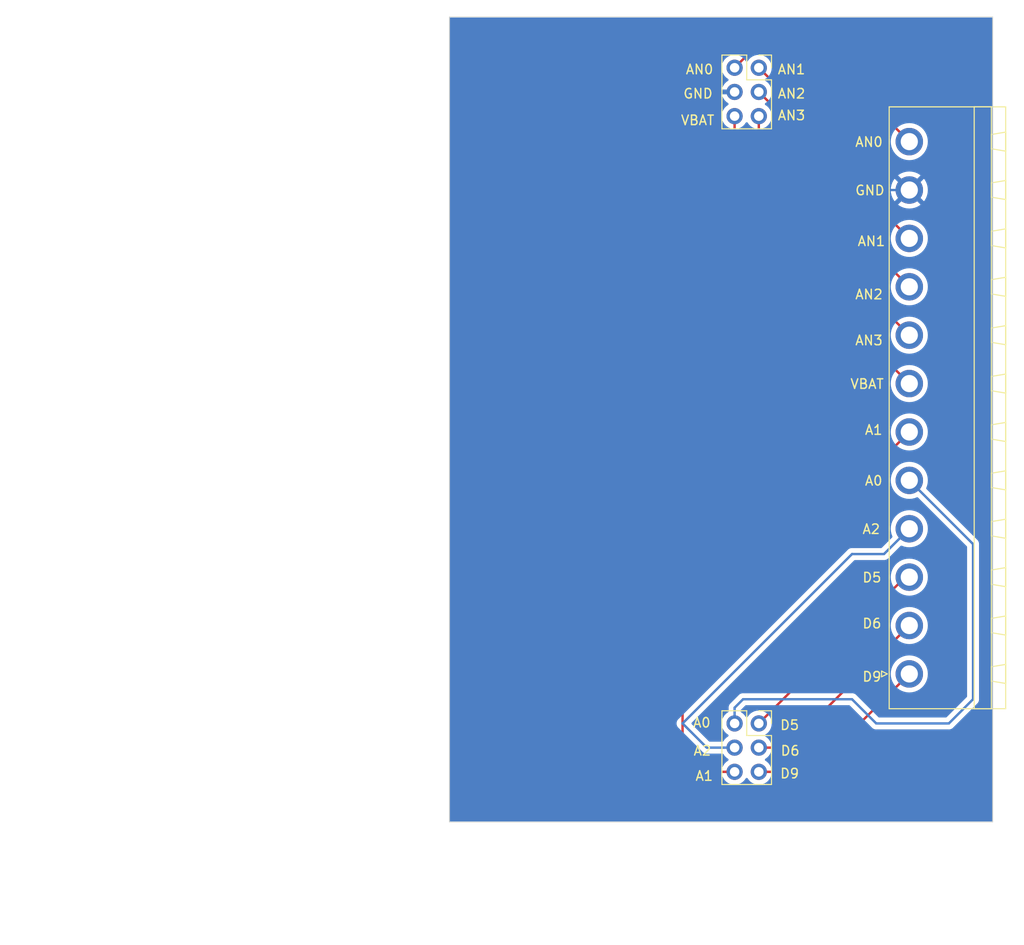
<source format=kicad_pcb>
(kicad_pcb (version 20221018) (generator pcbnew)
  (title_block (title "Bottom Board") (date "2023-03-09") (rev "0"))
  (layers (0 "F.Cu" signal) (31 "B.Cu" signal) (34 "B.Paste" user) (35 "F.Paste" user) (36 "B.SilkS" user "B.Silkscreen") (37 "F.SilkS" user "F.Silkscreen") (38 "B.Mask" user) (39 "F.Mask" user) (44 "Edge.Cuts" user))
  (net 0 "")
  (net 1 "VBAT")
  (net 2 "AN3")
  (net 3 "GND")
  (net 4 "AN2")
  (net 5 "AN0")
  (net 6 "AN1")
  (net 7 "A1")
  (net 8 "D9")
  (net 9 "A2")
  (net 10 "D6")
  (net 11 "A0")
  (net 12 "D5")
  (footprint "Connector_PinSocket_2.54mm:PinSocket_2x03_P2.54mm_Vertical" (layer "F.Cu") (at 132.461 68.326)
    (fp_text reference "J4" hide)
    (fp_text value "Conn_02x03_Top_Bottom")
    (fp_line (start -3.87 -1.33) (end -3.87 6.41) (stroke (width 0.12)) (layer "F.SilkS"))
    (fp_line (start -3.87 -1.33) (end -1.27 -1.33) (stroke (width 0.12)) (layer "F.SilkS"))
    (fp_line (start -3.87 6.41) (end 1.33 6.41) (stroke (width 0.12)) (layer "F.SilkS"))
    (fp_line (start -1.27 -1.33) (end -1.27 1.27) (stroke (width 0.12)) (layer "F.SilkS"))
    (fp_line (start -1.27 1.27) (end 1.33 1.27) (stroke (width 0.12)) (layer "F.SilkS"))
    (fp_line (start 0 -1.33) (end 1.33 -1.33) (stroke (width 0.12)) (layer "F.SilkS"))
    (fp_line (start 1.33 -1.33) (end 1.33 0) (stroke (width 0.12)) (layer "F.SilkS"))
    (fp_line (start 1.33 1.27) (end 1.33 6.41) (stroke (width 0.12)) (layer "F.SilkS"))
    (pad "1" thru_hole circle (at 0 0) (size 1.7 1.7) (drill 1) (layers "*.Cu" "*.Mask") (net 6 "AN1"))
    (pad "2" thru_hole oval (at -2.54 0) (size 1.7 1.7) (drill 1) (layers "*.Cu" "*.Mask") (net 5 "AN0"))
    (pad "3" thru_hole oval (at 0 2.54) (size 1.7 1.7) (drill 1) (layers "*.Cu" "*.Mask") (net 4 "AN2"))
    (pad "4" thru_hole oval (at -2.54 2.54) (size 1.7 1.7) (drill 1) (layers "*.Cu" "*.Mask") (net 3 "GND"))
    (pad "5" thru_hole oval (at 0 5.08) (size 1.7 1.7) (drill 1) (layers "*.Cu" "*.Mask") (net 2 "AN3"))
    (pad "6" thru_hole oval (at -2.54 5.08) (size 1.7 1.7) (drill 1) (layers "*.Cu" "*.Mask") (net 1 "VBAT"))
  )
  (footprint "Connector_Phoenix_MSTB:PhoenixContact_MSTBA_2,5_12-G-5,08_1x12_P5.08mm_Horizontal" (layer "F.Cu") (at 148.2512 131.962 90)
    (fp_text reference "J6" hide)
    (fp_text value "Screw_Terminal_01x12")
    (fp_line (start -3.65 -2.11) (end -3.65 10.11) (stroke (width 0.12)) (layer "F.SilkS"))
    (fp_line (start -3.65 6.81) (end 59.53 6.81) (stroke (width 0.12)) (layer "F.SilkS"))
    (fp_line (start -3.65 8.61) (end -3.65 6.81) (stroke (width 0.12)) (layer "F.SilkS"))
    (fp_line (start -3.65 10.11) (end 59.53 10.11) (stroke (width 0.12)) (layer "F.SilkS"))
    (fp_line (start -1 10.11) (end 1 10.11) (stroke (width 0.12)) (layer "F.SilkS"))
    (fp_line (start -0.75 8.61) (end -1 10.11) (stroke (width 0.12)) (layer "F.SilkS"))
    (fp_line (start -0.3 -2.91) (end 0.3 -2.91) (stroke (width 0.12)) (layer "F.SilkS"))
    (fp_line (start 0 -2.31) (end -0.3 -2.91) (stroke (width 0.12)) (layer "F.SilkS"))
    (fp_line (start 0.3 -2.91) (end 0 -2.31) (stroke (width 0.12)) (layer "F.SilkS"))
    (fp_line (start 0.75 8.61) (end -0.75 8.61) (stroke (width 0.12)) (layer "F.SilkS"))
    (fp_line (start 1 10.11) (end 0.75 8.61) (stroke (width 0.12)) (layer "F.SilkS"))
    (fp_line (start 4.08 10.11) (end 6.08 10.11) (stroke (width 0.12)) (layer "F.SilkS"))
    (fp_line (start 4.33 8.61) (end 4.08 10.11) (stroke (width 0.12)) (layer "F.SilkS"))
    (fp_line (start 5.83 8.61) (end 4.33 8.61) (stroke (width 0.12)) (layer "F.SilkS"))
    (fp_line (start 6.08 10.11) (end 5.83 8.61) (stroke (width 0.12)) (layer "F.SilkS"))
    (fp_line (start 9.16 10.11) (end 11.16 10.11) (stroke (width 0.12)) (layer "F.SilkS"))
    (fp_line (start 9.41 8.61) (end 9.16 10.11) (stroke (width 0.12)) (layer "F.SilkS"))
    (fp_line (start 10.91 8.61) (end 9.41 8.61) (stroke (width 0.12)) (layer "F.SilkS"))
    (fp_line (start 11.16 10.11) (end 10.91 8.61) (stroke (width 0.12)) (layer "F.SilkS"))
    (fp_line (start 14.24 10.11) (end 16.24 10.11) (stroke (width 0.12)) (layer "F.SilkS"))
    (fp_line (start 14.49 8.61) (end 14.24 10.11) (stroke (width 0.12)) (layer "F.SilkS"))
    (fp_line (start 15.99 8.61) (end 14.49 8.61) (stroke (width 0.12)) (layer "F.SilkS"))
    (fp_line (start 16.24 10.11) (end 15.99 8.61) (stroke (width 0.12)) (layer "F.SilkS"))
    (fp_line (start 19.32 10.11) (end 21.32 10.11) (stroke (width 0.12)) (layer "F.SilkS"))
    (fp_line (start 19.57 8.61) (end 19.32 10.11) (stroke (width 0.12)) (layer "F.SilkS"))
    (fp_line (start 21.07 8.61) (end 19.57 8.61) (stroke (width 0.12)) (layer "F.SilkS"))
    (fp_line (start 21.32 10.11) (end 21.07 8.61) (stroke (width 0.12)) (layer "F.SilkS"))
    (fp_line (start 24.4 10.11) (end 26.4 10.11) (stroke (width 0.12)) (layer "F.SilkS"))
    (fp_line (start 24.65 8.61) (end 24.4 10.11) (stroke (width 0.12)) (layer "F.SilkS"))
    (fp_line (start 26.15 8.61) (end 24.65 8.61) (stroke (width 0.12)) (layer "F.SilkS"))
    (fp_line (start 26.4 10.11) (end 26.15 8.61) (stroke (width 0.12)) (layer "F.SilkS"))
    (fp_line (start 29.48 10.11) (end 31.48 10.11) (stroke (width 0.12)) (layer "F.SilkS"))
    (fp_line (start 29.73 8.61) (end 29.48 10.11) (stroke (width 0.12)) (layer "F.SilkS"))
    (fp_line (start 31.23 8.61) (end 29.73 8.61) (stroke (width 0.12)) (layer "F.SilkS"))
    (fp_line (start 31.48 10.11) (end 31.23 8.61) (stroke (width 0.12)) (layer "F.SilkS"))
    (fp_line (start 34.56 10.11) (end 36.56 10.11) (stroke (width 0.12)) (layer "F.SilkS"))
    (fp_line (start 34.81 8.61) (end 34.56 10.11) (stroke (width 0.12)) (layer "F.SilkS"))
    (fp_line (start 36.31 8.61) (end 34.81 8.61) (stroke (width 0.12)) (layer "F.SilkS"))
    (fp_line (start 36.56 10.11) (end 36.31 8.61) (stroke (width 0.12)) (layer "F.SilkS"))
    (fp_line (start 39.64 10.11) (end 41.64 10.11) (stroke (width 0.12)) (layer "F.SilkS"))
    (fp_line (start 39.89 8.61) (end 39.64 10.11) (stroke (width 0.12)) (layer "F.SilkS"))
    (fp_line (start 41.39 8.61) (end 39.89 8.61) (stroke (width 0.12)) (layer "F.SilkS"))
    (fp_line (start 41.64 10.11) (end 41.39 8.61) (stroke (width 0.12)) (layer "F.SilkS"))
    (fp_line (start 44.72 10.11) (end 46.72 10.11) (stroke (width 0.12)) (layer "F.SilkS"))
    (fp_line (start 44.97 8.61) (end 44.72 10.11) (stroke (width 0.12)) (layer "F.SilkS"))
    (fp_line (start 46.47 8.61) (end 44.97 8.61) (stroke (width 0.12)) (layer "F.SilkS"))
    (fp_line (start 46.72 10.11) (end 46.47 8.61) (stroke (width 0.12)) (layer "F.SilkS"))
    (fp_line (start 49.8 10.11) (end 51.8 10.11) (stroke (width 0.12)) (layer "F.SilkS"))
    (fp_line (start 50.05 8.61) (end 49.8 10.11) (stroke (width 0.12)) (layer "F.SilkS"))
    (fp_line (start 51.55 8.61) (end 50.05 8.61) (stroke (width 0.12)) (layer "F.SilkS"))
    (fp_line (start 51.8 10.11) (end 51.55 8.61) (stroke (width 0.12)) (layer "F.SilkS"))
    (fp_line (start 54.88 10.11) (end 56.88 10.11) (stroke (width 0.12)) (layer "F.SilkS"))
    (fp_line (start 55.13 8.61) (end 54.88 10.11) (stroke (width 0.12)) (layer "F.SilkS"))
    (fp_line (start 56.63 8.61) (end 55.13 8.61) (stroke (width 0.12)) (layer "F.SilkS"))
    (fp_line (start 56.88 10.11) (end 56.63 8.61) (stroke (width 0.12)) (layer "F.SilkS"))
    (fp_line (start 59.53 -2.11) (end -3.65 -2.11) (stroke (width 0.12)) (layer "F.SilkS"))
    (fp_line (start 59.53 6.81) (end 59.53 8.61) (stroke (width 0.12)) (layer "F.SilkS"))
    (fp_line (start 59.53 8.61) (end -3.65 8.61) (stroke (width 0.12)) (layer "F.SilkS"))
    (fp_line (start 59.53 10.11) (end 59.53 -2.11) (stroke (width 0.12)) (layer "F.SilkS"))
    (pad "1" thru_hole circle (at 0 0 90) (size 2.88 2.88) (drill 1.8) (layers "*.Cu" "*.Mask") (net 8 "D9"))
    (pad "2" thru_hole circle (at 5.08 0 90) (size 2.88 2.88) (drill 1.8) (layers "*.Cu" "*.Mask") (net 10 "D6"))
    (pad "3" thru_hole circle (at 10.16 0 90) (size 2.88 2.88) (drill 1.8) (layers "*.Cu" "*.Mask") (net 12 "D5"))
    (pad "4" thru_hole circle (at 15.24 0 90) (size 2.88 2.88) (drill 1.8) (layers "*.Cu" "*.Mask") (net 9 "A2"))
    (pad "5" thru_hole circle (at 20.32 0 90) (size 2.88 2.88) (drill 1.8) (layers "*.Cu" "*.Mask") (net 11 "A0"))
    (pad "6" thru_hole circle (at 25.4 0 90) (size 2.88 2.88) (drill 1.8) (layers "*.Cu" "*.Mask") (net 7 "A1"))
    (pad "7" thru_hole circle (at 30.48 0 90) (size 2.88 2.88) (drill 1.8) (layers "*.Cu" "*.Mask") (net 1 "VBAT"))
    (pad "8" thru_hole circle (at 35.56 0 90) (size 2.88 2.88) (drill 1.8) (layers "*.Cu" "*.Mask") (net 2 "AN3"))
    (pad "9" thru_hole circle (at 40.64 0 90) (size 2.88 2.88) (drill 1.8) (layers "*.Cu" "*.Mask") (net 4 "AN2"))
    (pad "10" thru_hole circle (at 45.72 0 90) (size 2.88 2.88) (drill 1.8) (layers "*.Cu" "*.Mask") (net 6 "AN1"))
    (pad "11" thru_hole circle (at 50.8 0 90) (size 2.88 2.88) (drill 1.8) (layers "*.Cu" "*.Mask") (net 3 "GND"))
    (pad "12" thru_hole circle (at 55.88 0 90) (size 2.88 2.88) (drill 1.8) (layers "*.Cu" "*.Mask") (net 5 "AN0"))
  )
  (footprint "Connector_PinSocket_2.54mm:PinSocket_2x03_P2.54mm_Vertical" (layer "F.Cu") (at 132.461 137.16)
    (fp_text reference "J3" hide)
    (fp_text value "Conn_02x03_Top_Bottom")
    (fp_line (start -3.87 -1.33) (end -3.87 6.41) (stroke (width 0.12)) (layer "F.SilkS"))
    (fp_line (start -3.87 -1.33) (end -1.27 -1.33) (stroke (width 0.12)) (layer "F.SilkS"))
    (fp_line (start -3.87 6.41) (end 1.33 6.41) (stroke (width 0.12)) (layer "F.SilkS"))
    (fp_line (start -1.27 -1.33) (end -1.27 1.27) (stroke (width 0.12)) (layer "F.SilkS"))
    (fp_line (start -1.27 1.27) (end 1.33 1.27) (stroke (width 0.12)) (layer "F.SilkS"))
    (fp_line (start 0 -1.33) (end 1.33 -1.33) (stroke (width 0.12)) (layer "F.SilkS"))
    (fp_line (start 1.33 -1.33) (end 1.33 0) (stroke (width 0.12)) (layer "F.SilkS"))
    (fp_line (start 1.33 1.27) (end 1.33 6.41) (stroke (width 0.12)) (layer "F.SilkS"))
    (pad "1" thru_hole circle (at 0 0) (size 1.7 1.7) (drill 1) (layers "*.Cu" "*.Mask") (net 12 "D5"))
    (pad "2" thru_hole oval (at -2.54 0) (size 1.7 1.7) (drill 1) (layers "*.Cu" "*.Mask") (net 11 "A0"))
    (pad "3" thru_hole oval (at 0 2.54) (size 1.7 1.7) (drill 1) (layers "*.Cu" "*.Mask") (net 10 "D6"))
    (pad "4" thru_hole oval (at -2.54 2.54) (size 1.7 1.7) (drill 1) (layers "*.Cu" "*.Mask") (net 9 "A2"))
    (pad "5" thru_hole oval (at 0 5.08) (size 1.7 1.7) (drill 1) (layers "*.Cu" "*.Mask") (net 8 "D9"))
    (pad "6" thru_hole oval (at -2.54 5.08) (size 1.7 1.7) (drill 1) (layers "*.Cu" "*.Mask") (net 7 "A1"))
  )
  (gr_rect (start 100 63) (end 157 147.5) (stroke (width 0.1)) (fill none) (layer "Edge.Cuts"))
  (gr_text "AN3" (at 142.494 97.536) (layer "F.SilkS") (effects (font (size 1 1)) (justify left bottom)))
  (gr_text "AN2" (at 142.494 92.71) (layer "F.SilkS") (effects (font (size 1 1)) (justify left bottom)))
  (gr_text "D6" (at 143.256 127.254) (layer "F.SilkS") (effects (font (size 1 1)) (justify left bottom)))
  (gr_text "D5" (at 143.256 122.428) (layer "F.SilkS") (effects (font (size 1 1)) (justify left bottom)))
  (gr_text "GND" (at 124.46 71.628) (layer "F.SilkS") (effects (font (size 1 1)) (justify left bottom)))
  (gr_text "A2" (at 143.256 117.348) (layer "F.SilkS") (effects (font (size 1 1)) (justify left bottom)))
  (gr_text "A1" (at 143.51 106.934) (layer "F.SilkS") (effects (font (size 1 1)) (justify left bottom)))
  (gr_text "AN1" (at 134.366 69.088) (layer "F.SilkS") (effects (font (size 1 1)) (justify left bottom)))
  (gr_text "A0" (at 143.51 112.268) (layer "F.SilkS") (effects (font (size 1 1)) (justify left bottom)))
  (gr_text "D5" (at 134.62 137.922) (layer "F.SilkS") (effects (font (size 1 1)) (justify left bottom)))
  (gr_text "A0" (at 125.476 137.668) (layer "F.SilkS") (effects (font (size 1 1)) (justify left bottom)))
  (gr_text "AN1" (at 142.748 87.122) (layer "F.SilkS") (effects (font (size 1 1)) (justify left bottom)))
  (gr_text "VBAT\n" (at 124.206 74.422) (layer "F.SilkS") (effects (font (size 1 1)) (justify left bottom)))
  (gr_text "D9" (at 143.256 132.842) (layer "F.SilkS") (effects (font (size 1 1)) (justify left bottom)))
  (gr_text "AN0" (at 124.714 69.088) (layer "F.SilkS") (effects (font (size 1 1)) (justify left bottom)))
  (gr_text "D9" (at 134.62 143.002) (layer "F.SilkS") (effects (font (size 1 1)) (justify left bottom)))
  (gr_text "AN2" (at 134.366 71.628) (layer "F.SilkS") (effects (font (size 1 1)) (justify left bottom)))
  (gr_text "D6" (at 134.675038 140.611726) (layer "F.SilkS") (effects (font (size 1 1)) (justify left bottom)))
  (gr_text "AN0" (at 142.494 76.708) (layer "F.SilkS") (effects (font (size 1 1)) (justify left bottom)))
  (gr_text "VBAT\n" (at 141.986 102.108) (layer "F.SilkS") (effects (font (size 1 1)) (justify left bottom)))
  (gr_text "A1" (at 125.73 143.256) (layer "F.SilkS") (effects (font (size 1 1)) (justify left bottom)))
  (gr_text "GND" (at 142.494 81.788) (layer "F.SilkS") (effects (font (size 1 1)) (justify left bottom)))
  (gr_text "A2" (at 125.531038 140.611726) (layer "F.SilkS") (effects (font (size 1 1)) (justify left bottom)))
  (gr_text "AN3" (at 134.366 73.914) (layer "F.SilkS") (effects (font (size 1 1)) (justify left bottom)))
  (segment (start 129.921 73.406) (end 129.921 83.1518) (width 0.25) (layer "F.Cu") (net 1))
  (segment (start 129.921 83.1518) (end 148.2512 101.482) (width 0.25) (layer "F.Cu") (net 1))
  (segment (start 132.461 80.6118) (end 148.2512 96.402) (width 0.25) (layer "F.Cu") (net 2))
  (segment (start 132.461 73.406) (end 132.461 80.6118) (width 0.25) (layer "F.Cu") (net 2))
  (segment (start 127 76.2) (end 131.962 81.162) (width 0.25) (layer "B.Cu") (net 3))
  (segment (start 127.254 70.866) (end 127 71.12) (width 0.25) (layer "B.Cu") (net 3))
  (segment (start 129.921 70.866) (end 127.254 70.866) (width 0.25) (layer "B.Cu") (net 3))
  (segment (start 127 71.12) (end 127 76.2) (width 0.25) (layer "B.Cu") (net 3))
  (segment (start 131.962 81.162) (end 148.2512 81.162) (width 0.25) (layer "B.Cu") (net 3))
  (segment (start 134.62 77.6908) (end 148.2512 91.322) (width 0.25) (layer "F.Cu") (net 4))
  (segment (start 134.62 73.025) (end 134.62 77.6908) (width 0.25) (layer "F.Cu") (net 4))
  (segment (start 132.461 70.866) (end 134.62 73.025) (width 0.25) (layer "F.Cu") (net 4))
  (segment (start 132.207 66.04) (end 138.2092 66.04) (width 0.25) (layer "F.Cu") (net 5))
  (segment (start 129.921 68.326) (end 132.207 66.04) (width 0.25) (layer "F.Cu") (net 5))
  (segment (start 138.2092 66.04) (end 148.2512 76.082) (width 0.25) (layer "F.Cu") (net 5))
  (segment (start 142.24 78.105) (end 142.24 80.2308) (width 0.25) (layer "F.Cu") (net 6))
  (segment (start 132.461 68.326) (end 142.24 78.105) (width 0.25) (layer "F.Cu") (net 6))
  (segment (start 142.24 80.2308) (end 148.2512 86.242) (width 0.25) (layer "F.Cu") (net 6))
  (segment (start 129.921 142.24) (end 124.46 142.24) (width 0.25) (layer "F.Cu") (net 7))
  (segment (start 124.46 142.24) (end 124.46 130.3532) (width 0.25) (layer "F.Cu") (net 7))
  (segment (start 124.46 130.3532) (end 148.2512 106.562) (width 0.25) (layer "F.Cu") (net 7))
  (segment (start 132.461 142.24) (end 137.9732 142.24) (width 0.25) (layer "F.Cu") (net 8))
  (segment (start 137.9732 142.24) (end 148.2512 131.962) (width 0.25) (layer "F.Cu") (net 8))
  (segment (start 127 139.7) (end 124.46 137.16) (width 0.25) (layer "B.Cu") (net 9))
  (segment (start 124.46 137.16) (end 142.24 119.38) (width 0.25) (layer "B.Cu") (net 9))
  (segment (start 129.921 139.7) (end 127 139.7) (width 0.25) (layer "B.Cu") (net 9))
  (segment (start 145.5932 119.38) (end 148.2512 116.722) (width 0.25) (layer "B.Cu") (net 9))
  (segment (start 142.24 119.38) (end 145.5932 119.38) (width 0.25) (layer "B.Cu") (net 9))
  (segment (start 135.4332 139.7) (end 148.2512 126.882) (width 0.25) (layer "F.Cu") (net 10))
  (segment (start 132.461 139.7) (end 135.4332 139.7) (width 0.25) (layer "F.Cu") (net 10))
  (segment (start 142.24 134.62) (end 144.78 137.16) (width 0.25) (layer "B.Cu") (net 11))
  (segment (start 129.921 137.16) (end 129.921 135.509) (width 0.25) (layer "B.Cu") (net 11))
  (segment (start 154.94 118.3308) (end 148.2512 111.642) (width 0.25) (layer "B.Cu") (net 11))
  (segment (start 129.921 135.509) (end 130.81 134.62) (width 0.25) (layer "B.Cu") (net 11))
  (segment (start 130.81 134.62) (end 142.24 134.62) (width 0.25) (layer "B.Cu") (net 11))
  (segment (start 152.4 137.16) (end 154.94 134.62) (width 0.25) (layer "B.Cu") (net 11))
  (segment (start 154.94 134.62) (end 154.94 118.3308) (width 0.25) (layer "B.Cu") (net 11))
  (segment (start 144.78 137.16) (end 152.4 137.16) (width 0.25) (layer "B.Cu") (net 11))
  (segment (start 132.461 137.16) (end 147.819 121.802) (width 0.25) (layer "F.Cu") (net 12))
  (segment (start 147.819 121.802) (end 148.2512 121.802) (width 0.25) (layer "F.Cu") (net 12))
  (zone (net 3) (net_name "GND") (layer "B.Cu") (connect_pads (clearance 0.5)) (min_thickness 0.25) (fill yes (thermal_gap 0.5) (thermal_bridge_width 0.5))
    (polygon (pts (xy 158.75 61.722) (xy 158.496 149.098) (xy 98.044 149.098) (xy 99.314 61.214)))
  )
)
</source>
